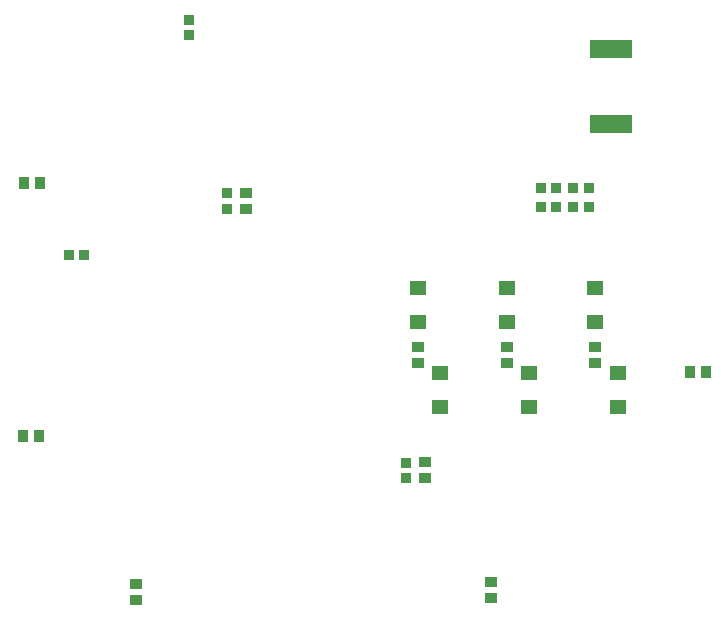
<source format=gbp>
G04*
G04 #@! TF.GenerationSoftware,Altium Limited,Altium Designer,24.4.1 (13)*
G04*
G04 Layer_Color=128*
%FSLAX44Y44*%
%MOMM*%
G71*
G04*
G04 #@! TF.SameCoordinates,8FCA56C2-8F78-4201-AFF4-6E38B21BD071*
G04*
G04*
G04 #@! TF.FilePolarity,Positive*
G04*
G01*
G75*
%ADD24R,0.9500X0.8500*%
%ADD25R,1.0000X0.9000*%
%ADD29R,0.9000X1.0000*%
%ADD45R,0.8500X0.9500*%
%ADD99R,1.4000X1.3000*%
%ADD100R,3.6500X1.6000*%
D24*
X137000Y-42500D02*
D03*
Y-29500D02*
D03*
X-15000Y198500D02*
D03*
Y185500D02*
D03*
X-47000Y345500D02*
D03*
Y332500D02*
D03*
D25*
X297000Y68750D02*
D03*
Y55250D02*
D03*
X222000Y68750D02*
D03*
Y55250D02*
D03*
X147000Y55250D02*
D03*
Y68750D02*
D03*
X153000Y-42750D02*
D03*
Y-29250D02*
D03*
X1000Y185250D02*
D03*
Y198750D02*
D03*
X209000Y-143750D02*
D03*
Y-130250D02*
D03*
X-92000Y-145750D02*
D03*
Y-132250D02*
D03*
D29*
X390750Y47000D02*
D03*
X377250D02*
D03*
X-186750Y207000D02*
D03*
X-173250D02*
D03*
X-187750Y-7000D02*
D03*
X-174250D02*
D03*
D45*
X291500Y203000D02*
D03*
X278500D02*
D03*
X278500Y187000D02*
D03*
X291500D02*
D03*
X264000Y203000D02*
D03*
X251000D02*
D03*
X264000Y187000D02*
D03*
X251000D02*
D03*
X-148500Y146000D02*
D03*
X-135500D02*
D03*
D99*
X166000Y17750D02*
D03*
Y46750D02*
D03*
X147000Y118500D02*
D03*
Y89500D02*
D03*
X297000Y118500D02*
D03*
Y89500D02*
D03*
X316000Y17750D02*
D03*
Y46750D02*
D03*
X222000Y118500D02*
D03*
Y89500D02*
D03*
X241000Y17750D02*
D03*
Y46750D02*
D03*
D100*
X310000Y257250D02*
D03*
Y320750D02*
D03*
M02*

</source>
